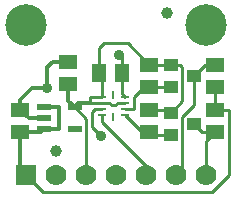
<source format=gbr>
G04 EAGLE Gerber RS-274X export*
G75*
%MOMM*%
%FSLAX34Y34*%
%LPD*%
%INTop Copper*%
%IPPOS*%
%AMOC8*
5,1,8,0,0,1.08239X$1,22.5*%
G01*
%ADD10R,0.800000X0.260000*%
%ADD11R,0.260000X0.800000*%
%ADD12R,1.500000X1.300000*%
%ADD13R,1.200000X0.550000*%
%ADD14R,1.778000X1.778000*%
%ADD15C,1.778000*%
%ADD16C,1.000000*%
%ADD17R,1.200000X1.000000*%
%ADD18R,1.300000X1.500000*%
%ADD19C,3.516000*%
%ADD20C,0.304800*%
%ADD21C,0.906400*%
%ADD22C,0.254000*%


D10*
X108560Y76320D03*
X108560Y81320D03*
X108560Y86320D03*
X108560Y91320D03*
D11*
X99060Y93320D03*
D10*
X89560Y91320D03*
X89560Y86320D03*
X89560Y81320D03*
X89560Y76320D03*
D11*
X99060Y74320D03*
D12*
X20320Y61620D03*
X20320Y80620D03*
D13*
X40339Y83160D03*
X40339Y73660D03*
X40339Y64160D03*
X66341Y64160D03*
X66341Y83160D03*
D12*
X185420Y118720D03*
X185420Y99720D03*
X185420Y80620D03*
X185420Y61620D03*
X129540Y80620D03*
X129540Y61620D03*
X129540Y99720D03*
X129540Y118720D03*
X60960Y102260D03*
X60960Y121260D03*
D14*
X25400Y25400D03*
D15*
X50800Y25400D03*
X76200Y25400D03*
X101600Y25400D03*
X127000Y25400D03*
X152400Y25400D03*
X177800Y25400D03*
D16*
X144780Y162560D03*
X50800Y45720D03*
D17*
X167480Y109220D03*
X147480Y99720D03*
X147480Y118720D03*
X167480Y68580D03*
X147480Y59080D03*
X147480Y78080D03*
D18*
X106020Y111760D03*
X87020Y111760D03*
D19*
X25400Y152400D03*
X177800Y152400D03*
D20*
X40339Y73660D02*
X27280Y73660D01*
X20320Y80620D01*
X20320Y88900D01*
X30480Y99060D01*
X43180Y99060D01*
D21*
X43180Y99060D03*
D20*
X47600Y121260D02*
X60960Y121260D01*
X47600Y121260D02*
X43180Y116840D01*
X43180Y99060D01*
D22*
X83860Y81320D02*
X89560Y81320D01*
X83860Y81320D02*
X81280Y78740D01*
X81280Y66040D01*
X88900Y58420D01*
D21*
X88900Y58420D03*
D22*
X108560Y76320D02*
X123260Y61620D01*
X129540Y61620D01*
X129540Y59080D01*
X147480Y59080D01*
X147480Y99720D02*
X129540Y99720D01*
X116840Y81320D02*
X108560Y81320D01*
X116840Y81320D02*
X116840Y91440D01*
X125120Y99720D01*
X129540Y99720D01*
X167480Y68580D02*
X174440Y61620D01*
X185420Y61620D01*
X177800Y54000D01*
X177800Y25400D01*
X167480Y109220D02*
X176980Y118720D01*
X185420Y118720D01*
X157480Y30480D02*
X152400Y25400D01*
X157480Y30480D02*
X157480Y74930D01*
X167480Y84930D01*
X167480Y109220D01*
D20*
X60960Y102260D02*
X60960Y88541D01*
X66341Y83160D01*
D22*
X87020Y111760D02*
X89560Y114300D01*
X89560Y91320D01*
X89560Y86320D02*
X78870Y86320D01*
D20*
X69501Y86320D01*
X66341Y83160D01*
D22*
X78870Y86320D02*
X78870Y91320D01*
X89560Y91320D01*
X129540Y118720D02*
X147480Y118720D01*
X142400Y80620D02*
X147480Y78080D01*
X142400Y80620D02*
X129540Y80620D01*
X129540Y118720D02*
X111100Y137160D01*
X91440Y137160D01*
X87020Y132740D01*
X87020Y111760D01*
X147480Y78080D02*
X157480Y88080D01*
X157480Y116840D01*
X155600Y118720D01*
X147480Y118720D01*
X76200Y73301D02*
X66341Y83160D01*
X76200Y73301D02*
X76200Y25400D01*
X102830Y86320D02*
X108560Y86320D01*
X102830Y86320D02*
X100330Y85090D01*
X97790Y85090D01*
X95290Y86320D01*
X89560Y86320D01*
D20*
X25400Y25400D02*
X20320Y30480D01*
X20320Y61620D01*
X37799Y61620D02*
X40339Y64160D01*
X37799Y61620D02*
X20320Y61620D01*
X40339Y83160D02*
X53340Y83160D01*
X53340Y64160D01*
X40339Y64160D01*
D22*
X185420Y80620D02*
X185420Y99720D01*
X185420Y80620D02*
X196850Y80620D01*
X196850Y25400D01*
X39370Y11430D02*
X25400Y25400D01*
X182880Y11430D02*
X196850Y25400D01*
X182880Y11430D02*
X39370Y11430D01*
X89560Y70460D02*
X89560Y76320D01*
X89560Y70460D02*
X127000Y33020D01*
X127000Y25400D01*
X108560Y91320D02*
X106020Y93860D01*
X106020Y111760D01*
D21*
X104140Y127000D03*
D22*
X106020Y125120D01*
X106020Y111760D01*
M02*

</source>
